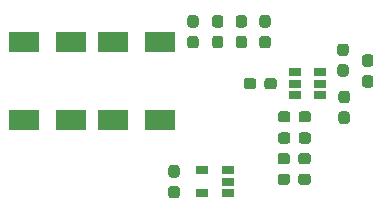
<source format=gbr>
%TF.GenerationSoftware,KiCad,Pcbnew,(5.1.6)-1*%
%TF.CreationDate,2020-08-14T21:54:29-04:00*%
%TF.ProjectId,CellLight,43656c6c-4c69-4676-9874-2e6b69636164,rev?*%
%TF.SameCoordinates,Original*%
%TF.FileFunction,Paste,Bot*%
%TF.FilePolarity,Positive*%
%FSLAX46Y46*%
G04 Gerber Fmt 4.6, Leading zero omitted, Abs format (unit mm)*
G04 Created by KiCad (PCBNEW (5.1.6)-1) date 2020-08-14 21:54:29*
%MOMM*%
%LPD*%
G01*
G04 APERTURE LIST*
%ADD10R,1.060000X0.650000*%
%ADD11R,2.500000X1.800000*%
G04 APERTURE END LIST*
D10*
%TO.C,U5*%
X160600000Y-81450000D03*
X160600000Y-83350000D03*
X162800000Y-83350000D03*
X162800000Y-82400000D03*
X162800000Y-81450000D03*
%TD*%
%TO.C,U4*%
X170600000Y-74100000D03*
X170600000Y-75050000D03*
X170600000Y-73150000D03*
X168400000Y-73150000D03*
X168400000Y-74100000D03*
X168400000Y-75050000D03*
%TD*%
%TO.C,R6*%
G36*
G01*
X168050000Y-76662500D02*
X168050000Y-77137500D01*
G75*
G02*
X167812500Y-77375000I-237500J0D01*
G01*
X167237500Y-77375000D01*
G75*
G02*
X167000000Y-77137500I0J237500D01*
G01*
X167000000Y-76662500D01*
G75*
G02*
X167237500Y-76425000I237500J0D01*
G01*
X167812500Y-76425000D01*
G75*
G02*
X168050000Y-76662500I0J-237500D01*
G01*
G37*
G36*
G01*
X169800000Y-76662500D02*
X169800000Y-77137500D01*
G75*
G02*
X169562500Y-77375000I-237500J0D01*
G01*
X168987500Y-77375000D01*
G75*
G02*
X168750000Y-77137500I0J237500D01*
G01*
X168750000Y-76662500D01*
G75*
G02*
X168987500Y-76425000I237500J0D01*
G01*
X169562500Y-76425000D01*
G75*
G02*
X169800000Y-76662500I0J-237500D01*
G01*
G37*
%TD*%
%TO.C,R5*%
G36*
G01*
X172737500Y-71750000D02*
X172262500Y-71750000D01*
G75*
G02*
X172025000Y-71512500I0J237500D01*
G01*
X172025000Y-70937500D01*
G75*
G02*
X172262500Y-70700000I237500J0D01*
G01*
X172737500Y-70700000D01*
G75*
G02*
X172975000Y-70937500I0J-237500D01*
G01*
X172975000Y-71512500D01*
G75*
G02*
X172737500Y-71750000I-237500J0D01*
G01*
G37*
G36*
G01*
X172737500Y-73500000D02*
X172262500Y-73500000D01*
G75*
G02*
X172025000Y-73262500I0J237500D01*
G01*
X172025000Y-72687500D01*
G75*
G02*
X172262500Y-72450000I237500J0D01*
G01*
X172737500Y-72450000D01*
G75*
G02*
X172975000Y-72687500I0J-237500D01*
G01*
X172975000Y-73262500D01*
G75*
G02*
X172737500Y-73500000I-237500J0D01*
G01*
G37*
%TD*%
%TO.C,R4*%
G36*
G01*
X174837500Y-72675000D02*
X174362500Y-72675000D01*
G75*
G02*
X174125000Y-72437500I0J237500D01*
G01*
X174125000Y-71862500D01*
G75*
G02*
X174362500Y-71625000I237500J0D01*
G01*
X174837500Y-71625000D01*
G75*
G02*
X175075000Y-71862500I0J-237500D01*
G01*
X175075000Y-72437500D01*
G75*
G02*
X174837500Y-72675000I-237500J0D01*
G01*
G37*
G36*
G01*
X174837500Y-74425000D02*
X174362500Y-74425000D01*
G75*
G02*
X174125000Y-74187500I0J237500D01*
G01*
X174125000Y-73612500D01*
G75*
G02*
X174362500Y-73375000I237500J0D01*
G01*
X174837500Y-73375000D01*
G75*
G02*
X175075000Y-73612500I0J-237500D01*
G01*
X175075000Y-74187500D01*
G75*
G02*
X174837500Y-74425000I-237500J0D01*
G01*
G37*
%TD*%
%TO.C,L1*%
G36*
G01*
X165150000Y-73862500D02*
X165150000Y-74337500D01*
G75*
G02*
X164912500Y-74575000I-237500J0D01*
G01*
X164337500Y-74575000D01*
G75*
G02*
X164100000Y-74337500I0J237500D01*
G01*
X164100000Y-73862500D01*
G75*
G02*
X164337500Y-73625000I237500J0D01*
G01*
X164912500Y-73625000D01*
G75*
G02*
X165150000Y-73862500I0J-237500D01*
G01*
G37*
G36*
G01*
X166900000Y-73862500D02*
X166900000Y-74337500D01*
G75*
G02*
X166662500Y-74575000I-237500J0D01*
G01*
X166087500Y-74575000D01*
G75*
G02*
X165850000Y-74337500I0J237500D01*
G01*
X165850000Y-73862500D01*
G75*
G02*
X166087500Y-73625000I237500J0D01*
G01*
X166662500Y-73625000D01*
G75*
G02*
X166900000Y-73862500I0J-237500D01*
G01*
G37*
%TD*%
D11*
%TO.C,D4*%
X153000000Y-77200000D03*
X157000000Y-77200000D03*
%TD*%
%TO.C,D3*%
X153000000Y-70600000D03*
X157000000Y-70600000D03*
%TD*%
%TO.C,D2*%
X149500000Y-77200000D03*
X145500000Y-77200000D03*
%TD*%
%TO.C,D1*%
X145500000Y-70600000D03*
X149500000Y-70600000D03*
%TD*%
%TO.C,C11*%
G36*
G01*
X157962500Y-82750000D02*
X158437500Y-82750000D01*
G75*
G02*
X158675000Y-82987500I0J-237500D01*
G01*
X158675000Y-83562500D01*
G75*
G02*
X158437500Y-83800000I-237500J0D01*
G01*
X157962500Y-83800000D01*
G75*
G02*
X157725000Y-83562500I0J237500D01*
G01*
X157725000Y-82987500D01*
G75*
G02*
X157962500Y-82750000I237500J0D01*
G01*
G37*
G36*
G01*
X157962500Y-81000000D02*
X158437500Y-81000000D01*
G75*
G02*
X158675000Y-81237500I0J-237500D01*
G01*
X158675000Y-81812500D01*
G75*
G02*
X158437500Y-82050000I-237500J0D01*
G01*
X157962500Y-82050000D01*
G75*
G02*
X157725000Y-81812500I0J237500D01*
G01*
X157725000Y-81237500D01*
G75*
G02*
X157962500Y-81000000I237500J0D01*
G01*
G37*
%TD*%
%TO.C,C10*%
G36*
G01*
X168750000Y-78937500D02*
X168750000Y-78462500D01*
G75*
G02*
X168987500Y-78225000I237500J0D01*
G01*
X169562500Y-78225000D01*
G75*
G02*
X169800000Y-78462500I0J-237500D01*
G01*
X169800000Y-78937500D01*
G75*
G02*
X169562500Y-79175000I-237500J0D01*
G01*
X168987500Y-79175000D01*
G75*
G02*
X168750000Y-78937500I0J237500D01*
G01*
G37*
G36*
G01*
X167000000Y-78937500D02*
X167000000Y-78462500D01*
G75*
G02*
X167237500Y-78225000I237500J0D01*
G01*
X167812500Y-78225000D01*
G75*
G02*
X168050000Y-78462500I0J-237500D01*
G01*
X168050000Y-78937500D01*
G75*
G02*
X167812500Y-79175000I-237500J0D01*
G01*
X167237500Y-79175000D01*
G75*
G02*
X167000000Y-78937500I0J237500D01*
G01*
G37*
%TD*%
%TO.C,C9*%
G36*
G01*
X160037500Y-69350000D02*
X159562500Y-69350000D01*
G75*
G02*
X159325000Y-69112500I0J237500D01*
G01*
X159325000Y-68537500D01*
G75*
G02*
X159562500Y-68300000I237500J0D01*
G01*
X160037500Y-68300000D01*
G75*
G02*
X160275000Y-68537500I0J-237500D01*
G01*
X160275000Y-69112500D01*
G75*
G02*
X160037500Y-69350000I-237500J0D01*
G01*
G37*
G36*
G01*
X160037500Y-71100000D02*
X159562500Y-71100000D01*
G75*
G02*
X159325000Y-70862500I0J237500D01*
G01*
X159325000Y-70287500D01*
G75*
G02*
X159562500Y-70050000I237500J0D01*
G01*
X160037500Y-70050000D01*
G75*
G02*
X160275000Y-70287500I0J-237500D01*
G01*
X160275000Y-70862500D01*
G75*
G02*
X160037500Y-71100000I-237500J0D01*
G01*
G37*
%TD*%
%TO.C,C8*%
G36*
G01*
X162137500Y-69350000D02*
X161662500Y-69350000D01*
G75*
G02*
X161425000Y-69112500I0J237500D01*
G01*
X161425000Y-68537500D01*
G75*
G02*
X161662500Y-68300000I237500J0D01*
G01*
X162137500Y-68300000D01*
G75*
G02*
X162375000Y-68537500I0J-237500D01*
G01*
X162375000Y-69112500D01*
G75*
G02*
X162137500Y-69350000I-237500J0D01*
G01*
G37*
G36*
G01*
X162137500Y-71100000D02*
X161662500Y-71100000D01*
G75*
G02*
X161425000Y-70862500I0J237500D01*
G01*
X161425000Y-70287500D01*
G75*
G02*
X161662500Y-70050000I237500J0D01*
G01*
X162137500Y-70050000D01*
G75*
G02*
X162375000Y-70287500I0J-237500D01*
G01*
X162375000Y-70862500D01*
G75*
G02*
X162137500Y-71100000I-237500J0D01*
G01*
G37*
%TD*%
%TO.C,C7*%
G36*
G01*
X164137500Y-69350000D02*
X163662500Y-69350000D01*
G75*
G02*
X163425000Y-69112500I0J237500D01*
G01*
X163425000Y-68537500D01*
G75*
G02*
X163662500Y-68300000I237500J0D01*
G01*
X164137500Y-68300000D01*
G75*
G02*
X164375000Y-68537500I0J-237500D01*
G01*
X164375000Y-69112500D01*
G75*
G02*
X164137500Y-69350000I-237500J0D01*
G01*
G37*
G36*
G01*
X164137500Y-71100000D02*
X163662500Y-71100000D01*
G75*
G02*
X163425000Y-70862500I0J237500D01*
G01*
X163425000Y-70287500D01*
G75*
G02*
X163662500Y-70050000I237500J0D01*
G01*
X164137500Y-70050000D01*
G75*
G02*
X164375000Y-70287500I0J-237500D01*
G01*
X164375000Y-70862500D01*
G75*
G02*
X164137500Y-71100000I-237500J0D01*
G01*
G37*
%TD*%
%TO.C,C6*%
G36*
G01*
X168720000Y-82437500D02*
X168720000Y-81962500D01*
G75*
G02*
X168957500Y-81725000I237500J0D01*
G01*
X169532500Y-81725000D01*
G75*
G02*
X169770000Y-81962500I0J-237500D01*
G01*
X169770000Y-82437500D01*
G75*
G02*
X169532500Y-82675000I-237500J0D01*
G01*
X168957500Y-82675000D01*
G75*
G02*
X168720000Y-82437500I0J237500D01*
G01*
G37*
G36*
G01*
X166970000Y-82437500D02*
X166970000Y-81962500D01*
G75*
G02*
X167207500Y-81725000I237500J0D01*
G01*
X167782500Y-81725000D01*
G75*
G02*
X168020000Y-81962500I0J-237500D01*
G01*
X168020000Y-82437500D01*
G75*
G02*
X167782500Y-82675000I-237500J0D01*
G01*
X167207500Y-82675000D01*
G75*
G02*
X166970000Y-82437500I0J237500D01*
G01*
G37*
%TD*%
%TO.C,C5*%
G36*
G01*
X166137500Y-69350000D02*
X165662500Y-69350000D01*
G75*
G02*
X165425000Y-69112500I0J237500D01*
G01*
X165425000Y-68537500D01*
G75*
G02*
X165662500Y-68300000I237500J0D01*
G01*
X166137500Y-68300000D01*
G75*
G02*
X166375000Y-68537500I0J-237500D01*
G01*
X166375000Y-69112500D01*
G75*
G02*
X166137500Y-69350000I-237500J0D01*
G01*
G37*
G36*
G01*
X166137500Y-71100000D02*
X165662500Y-71100000D01*
G75*
G02*
X165425000Y-70862500I0J237500D01*
G01*
X165425000Y-70287500D01*
G75*
G02*
X165662500Y-70050000I237500J0D01*
G01*
X166137500Y-70050000D01*
G75*
G02*
X166375000Y-70287500I0J-237500D01*
G01*
X166375000Y-70862500D01*
G75*
G02*
X166137500Y-71100000I-237500J0D01*
G01*
G37*
%TD*%
%TO.C,C4*%
G36*
G01*
X168720000Y-80687500D02*
X168720000Y-80212500D01*
G75*
G02*
X168957500Y-79975000I237500J0D01*
G01*
X169532500Y-79975000D01*
G75*
G02*
X169770000Y-80212500I0J-237500D01*
G01*
X169770000Y-80687500D01*
G75*
G02*
X169532500Y-80925000I-237500J0D01*
G01*
X168957500Y-80925000D01*
G75*
G02*
X168720000Y-80687500I0J237500D01*
G01*
G37*
G36*
G01*
X166970000Y-80687500D02*
X166970000Y-80212500D01*
G75*
G02*
X167207500Y-79975000I237500J0D01*
G01*
X167782500Y-79975000D01*
G75*
G02*
X168020000Y-80212500I0J-237500D01*
G01*
X168020000Y-80687500D01*
G75*
G02*
X167782500Y-80925000I-237500J0D01*
G01*
X167207500Y-80925000D01*
G75*
G02*
X166970000Y-80687500I0J237500D01*
G01*
G37*
%TD*%
%TO.C,C3*%
G36*
G01*
X172837500Y-75750000D02*
X172362500Y-75750000D01*
G75*
G02*
X172125000Y-75512500I0J237500D01*
G01*
X172125000Y-74937500D01*
G75*
G02*
X172362500Y-74700000I237500J0D01*
G01*
X172837500Y-74700000D01*
G75*
G02*
X173075000Y-74937500I0J-237500D01*
G01*
X173075000Y-75512500D01*
G75*
G02*
X172837500Y-75750000I-237500J0D01*
G01*
G37*
G36*
G01*
X172837500Y-77500000D02*
X172362500Y-77500000D01*
G75*
G02*
X172125000Y-77262500I0J237500D01*
G01*
X172125000Y-76687500D01*
G75*
G02*
X172362500Y-76450000I237500J0D01*
G01*
X172837500Y-76450000D01*
G75*
G02*
X173075000Y-76687500I0J-237500D01*
G01*
X173075000Y-77262500D01*
G75*
G02*
X172837500Y-77500000I-237500J0D01*
G01*
G37*
%TD*%
M02*

</source>
